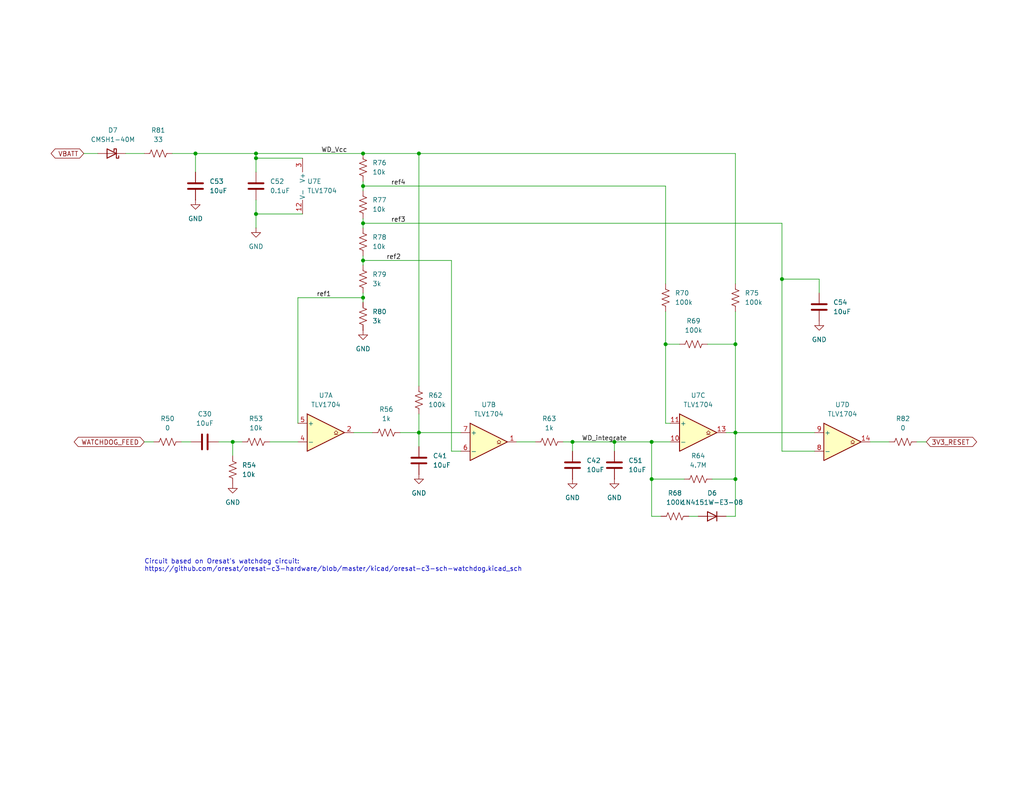
<source format=kicad_sch>
(kicad_sch (version 20231120) (generator "eeschema") (generator_version "8.0")
  (paper "USLetter")
  (title_block (title "PyCubed Mainboard") (date "2024-11-05") (rev "TBD") (company "Stanford Student Space Initiative") (comment 1 "Ethan Brinser"))
  (lib_symbols
    (symbol "Device:C" (pin_numbers hide) (pin_names (offset 0.254))
      (property "Reference" "C" (at 0.635 2.54 0))
      (property "Value" "C" (at 0.635 -2.54 0))
      (symbol "C_0_1"
        (polyline (pts (xy -2.032 -0.762) (xy 2.032 -0.762)) (stroke (width 0.508)))
        (polyline (pts (xy -2.032 0.762) (xy 2.032 0.762)) (stroke (width 0.508)))
      )
      (symbol "C_1_1"
        (pin passive line (at 0 3.81 270) (length 2.794) (name "~") (number "1"))
        (pin passive line (at 0 -3.81 90) (length 2.794) (name "~") (number "2"))
      )
    )
    (symbol "Device:D" (pin_numbers hide) (pin_names (offset 1.016) hide)
      (property "Reference" "D" (at 0 2.54 0))
      (property "Value" "D" (at 0 -2.54 0))
      (symbol "D_0_1"
        (polyline (pts (xy -1.27 1.27) (xy -1.27 -1.27)) (stroke (width 0.254)))
        (polyline (pts (xy 1.27 0) (xy -1.27 0)))
        (polyline (pts (xy 1.27 1.27) (xy 1.27 -1.27) (xy -1.27 0) (xy 1.27 1.27)) (stroke (width 0.254)))
      )
      (symbol "D_1_1"
        (pin passive line (at -3.81 0 0) (length 2.54) (name "K") (number "1"))
        (pin passive line (at 3.81 0 180) (length 2.54) (name "A") (number "2"))
      )
    )
    (symbol "Device:D_Schottky" (pin_numbers hide) (pin_names (offset 1.016) hide)
      (property "Reference" "D" (at 0 2.54 0))
      (property "Value" "D_Schottky" (at 0 -2.54 0))
      (symbol "D_Schottky_0_1"
        (polyline (pts (xy 1.27 0) (xy -1.27 0)))
        (polyline (pts (xy 1.27 1.27) (xy 1.27 -1.27) (xy -1.27 0) (xy 1.27 1.27)) (stroke (width 0.254)))
        (polyline (pts (xy -1.905 0.635) (xy -1.905 1.27) (xy -1.27 1.27) (xy -1.27 -1.27) (xy -0.635 -1.27) (xy -0.635 -0.635)) (stroke (width 0.254)))
      )
      (symbol "D_Schottky_1_1"
        (pin passive line (at -3.81 0 0) (length 2.54) (name "K") (number "1"))
        (pin passive line (at 3.81 0 180) (length 2.54) (name "A") (number "2"))
      )
    )
    (symbol "Device:R_US" (pin_numbers hide) (pin_names (offset 0))
      (property "Reference" "R" (at 2.54 0 90))
      (property "Value" "R_US" (at -2.54 0 90))
      (symbol "R_US_0_1"
        (polyline (pts (xy 0 -2.286) (xy 0 -2.54)))
        (polyline (pts (xy 0 2.286) (xy 0 2.54)))
        (polyline (pts (xy 0 -0.762) (xy 1.016 -1.143) (xy 0 -1.524) (xy -1.016 -1.905) (xy 0 -2.286)))
        (polyline (pts (xy 0 0.762) (xy 1.016 0.381) (xy 0 0) (xy -1.016 -0.381) (xy 0 -0.762)))
        (polyline (pts (xy 0 2.286) (xy 1.016 1.905) (xy 0 1.524) (xy -1.016 1.143) (xy 0 0.762)))
      )
      (symbol "R_US_1_1"
        (pin passive line (at 0 3.81 270) (length 1.27) (name "~") (number "1"))
        (pin passive line (at 0 -3.81 90) (length 1.27) (name "~") (number "2"))
      )
    )
    (symbol "power:GND" (power) (pin_numbers hide) (pin_names (offset 0) hide)
      (property "Value" "GND" (at 0 -3.81 0))
      (symbol "GND_0_1"
        (polyline (pts (xy 0 0) (xy 0 -1.27) (xy 1.27 -1.27) (xy 0 -2.54) (xy -1.27 -1.27) (xy 0 -1.27)))
      )
      (symbol "GND_1_1"
        (pin power_in line (at 0 0 270) (length 0) (name "~") (number "1"))
      )
    )
    (symbol "ssi_IC:TLV1704" (pin_names (offset 0.127))
      (property "Reference" "U" (at 0 5.08 0))
      (property "Value" "TLV1704" (at 0 -5.08 0))
      (symbol "TLV1704_1_1"
        (polyline (pts (xy -5.08 5.08) (xy 5.08 0) (xy -5.08 -5.08) (xy -5.08 5.08)) (stroke (width 0.254)) (fill (type background)))
        (polyline (pts (xy 3.302 -0.508) (xy 2.794 -0.508) (xy 3.302 0) (xy 2.794 0.508) (xy 2.286 0) (xy 2.794 -0.508) (xy 2.286 -0.508)) (stroke (width 0.127)))
        (pin open_collector line (at 7.62 0 180) (length 2.54) (name "~") (number "2"))
        (pin input line (at -7.62 -2.54 0) (length 2.54) (name "-") (number "4"))
        (pin input line (at -7.62 2.54 0) (length 2.54) (name "+") (number "5"))
      )
      (symbol "TLV1704_2_1"
        (polyline (pts (xy -5.08 5.08) (xy 5.08 0) (xy -5.08 -5.08) (xy -5.08 5.08)) (stroke (width 0.254)) (fill (type background)))
        (polyline (pts (xy 3.302 -0.508) (xy 2.794 -0.508) (xy 3.302 0) (xy 2.794 0.508) (xy 2.286 0) (xy 2.794 -0.508) (xy 2.286 -0.508)) (stroke (width 0.127)))
        (pin open_collector line (at 7.62 0 180) (length 2.54) (name "~") (number "1"))
        (pin input line (at -7.62 -2.54 0) (length 2.54) (name "-") (number "6"))
        (pin input line (at -7.62 2.54 0) (length 2.54) (name "+") (number "7"))
      )
      (symbol "TLV1704_3_1"
        (polyline (pts (xy -5.08 5.08) (xy 5.08 0) (xy -5.08 -5.08) (xy -5.08 5.08)) (stroke (width 0.254)) (fill (type background)))
        (polyline (pts (xy 3.302 -0.508) (xy 2.794 -0.508) (xy 3.302 0) (xy 2.794 0.508) (xy 2.286 0) (xy 2.794 -0.508) (xy 2.286 -0.508)) (stroke (width 0.127)))
        (pin input line (at -7.62 -2.54 0) (length 2.54) (name "-") (number "10"))
        (pin input line (at -7.62 2.54 0) (length 2.54) (name "+") (number "11"))
        (pin open_collector line (at 7.62 0 180) (length 2.54) (name "~") (number "13"))
      )
      (symbol "TLV1704_4_1"
        (polyline (pts (xy -5.08 5.08) (xy 5.08 0) (xy -5.08 -5.08) (xy -5.08 5.08)) (stroke (width 0.254)) (fill (type background)))
        (polyline (pts (xy 3.302 -0.508) (xy 2.794 -0.508) (xy 3.302 0) (xy 2.794 0.508) (xy 2.286 0) (xy 2.794 -0.508) (xy 2.286 -0.508)) (stroke (width 0.127)))
        (pin open_collector line (at 7.62 0 180) (length 2.54) (name "~") (number "14"))
        (pin input line (at -7.62 -2.54 0) (length 2.54) (name "-") (number "8"))
        (pin input line (at -7.62 2.54 0) (length 2.54) (name "+") (number "9"))
      )
      (symbol "TLV1704_5_1"
        (pin power_in line (at -2.54 -7.62 90) (length 3.81) (name "V-") (number "12"))
        (pin power_in line (at -2.54 7.62 270) (length 3.81) (name "V+") (number "3"))
      )
    )
  )
  (junction (at 200.66 130.81))
  (junction (at 114.3 118.11))
  (junction (at 181.61 93.98))
  (junction (at 63.5 120.65))
  (junction (at 99.06 50.8))
  (junction (at 200.66 118.11))
  (junction (at 156.21 120.65))
  (junction (at 69.85 43.18))
  (junction (at 69.85 58.42))
  (junction (at 69.85 41.91))
  (junction (at 114.3 41.91))
  (junction (at 167.64 120.65))
  (junction (at 213.36 76.2))
  (junction (at 53.34 41.91))
  (junction (at 177.8 120.65))
  (junction (at 99.06 41.91))
  (junction (at 177.8 130.81))
  (junction (at 99.06 71.12))
  (junction (at 99.06 60.96))
  (junction (at 99.06 81.28))
  (junction (at 200.66 93.98))
  (wire (pts (xy 63.5 120.65) (xy 66.04 120.65)))
  (wire (pts (xy 53.34 46.99) (xy 53.34 41.91)))
  (wire (pts (xy 59.69 120.65) (xy 63.5 120.65)))
  (wire (pts (xy 81.28 81.28) (xy 99.06 81.28)))
  (wire (pts (xy 181.61 93.98) (xy 185.42 93.98)))
  (wire (pts (xy 187.96 140.97) (xy 190.5 140.97)))
  (wire (pts (xy 200.66 93.98) (xy 200.66 118.11)))
  (wire (pts (xy 237.49 120.65) (xy 242.57 120.65)))
  (wire (pts (xy 223.52 80.01) (xy 223.52 76.2)))
  (wire (pts (xy 193.04 93.98) (xy 200.66 93.98)))
  (wire (pts (xy 194.31 130.81) (xy 200.66 130.81)))
  (wire (pts (xy 99.06 80.01) (xy 99.06 81.28)))
  (wire (pts (xy 82.55 58.42) (xy 69.85 58.42)))
  (wire (pts (xy 182.88 115.57) (xy 181.61 115.57)))
  (wire (pts (xy 177.8 130.81) (xy 177.8 120.65)))
  (wire (pts (xy 181.61 93.98) (xy 181.61 115.57)))
  (wire (pts (xy 213.36 60.96) (xy 213.36 76.2)))
  (wire (pts (xy 99.06 41.91) (xy 69.85 41.91)))
  (wire (pts (xy 34.29 41.91) (xy 39.37 41.91)))
  (wire (pts (xy 156.21 120.65) (xy 167.64 120.65)))
  (wire (pts (xy 125.73 123.19) (xy 123.19 123.19)))
  (wire (pts (xy 46.99 41.91) (xy 53.34 41.91)))
  (wire (pts (xy 99.06 59.69) (xy 99.06 60.96)))
  (wire (pts (xy 41.91 120.65) (xy 39.37 120.65)))
  (wire (pts (xy 177.8 120.65) (xy 182.88 120.65)))
  (wire (pts (xy 200.66 77.47) (xy 200.66 41.91)))
  (wire (pts (xy 22.86 41.91) (xy 26.67 41.91)))
  (wire (pts (xy 153.67 120.65) (xy 156.21 120.65)))
  (wire (pts (xy 180.34 140.97) (xy 177.8 140.97)))
  (wire (pts (xy 114.3 118.11) (xy 114.3 121.92)))
  (wire (pts (xy 114.3 41.91) (xy 114.3 105.41)))
  (wire (pts (xy 200.66 140.97) (xy 200.66 130.81)))
  (wire (pts (xy 114.3 118.11) (xy 125.73 118.11)))
  (wire (pts (xy 181.61 50.8) (xy 181.61 77.47)))
  (wire (pts (xy 177.8 130.81) (xy 186.69 130.81)))
  (wire (pts (xy 99.06 81.28) (xy 99.06 82.55)))
  (wire (pts (xy 99.06 41.91) (xy 114.3 41.91)))
  (wire (pts (xy 213.36 123.19) (xy 222.25 123.19)))
  (wire (pts (xy 69.85 43.18) (xy 82.55 43.18)))
  (wire (pts (xy 198.12 118.11) (xy 200.66 118.11)))
  (wire (pts (xy 213.36 76.2) (xy 223.52 76.2)))
  (wire (pts (xy 250.19 120.65) (xy 252.73 120.65)))
  (wire (pts (xy 73.66 120.65) (xy 81.28 120.65)))
  (wire (pts (xy 63.5 120.65) (xy 63.5 124.46)))
  (wire (pts (xy 53.34 41.91) (xy 69.85 41.91)))
  (wire (pts (xy 114.3 113.03) (xy 114.3 118.11)))
  (wire (pts (xy 96.52 118.11) (xy 101.6 118.11)))
  (wire (pts (xy 99.06 49.53) (xy 99.06 50.8)))
  (wire (pts (xy 99.06 50.8) (xy 99.06 52.07)))
  (wire (pts (xy 123.19 71.12) (xy 99.06 71.12)))
  (wire (pts (xy 49.53 120.65) (xy 52.07 120.65)))
  (wire (pts (xy 69.85 58.42) (xy 69.85 62.23)))
  (wire (pts (xy 200.66 130.81) (xy 200.66 118.11)))
  (wire (pts (xy 213.36 76.2) (xy 213.36 123.19)))
  (wire (pts (xy 109.22 118.11) (xy 114.3 118.11)))
  (wire (pts (xy 200.66 85.09) (xy 200.66 93.98)))
  (wire (pts (xy 177.8 140.97) (xy 177.8 130.81)))
  (wire (pts (xy 99.06 69.85) (xy 99.06 71.12)))
  (wire (pts (xy 69.85 46.99) (xy 69.85 43.18)))
  (wire (pts (xy 69.85 41.91) (xy 69.85 43.18)))
  (wire (pts (xy 200.66 118.11) (xy 222.25 118.11)))
  (wire (pts (xy 99.06 50.8) (xy 181.61 50.8)))
  (wire (pts (xy 181.61 85.09) (xy 181.61 93.98)))
  (wire (pts (xy 99.06 60.96) (xy 99.06 62.23)))
  (wire (pts (xy 99.06 60.96) (xy 213.36 60.96)))
  (wire (pts (xy 99.06 71.12) (xy 99.06 72.39)))
  (wire (pts (xy 156.21 123.19) (xy 156.21 120.65)))
  (wire (pts (xy 198.12 140.97) (xy 200.66 140.97)))
  (wire (pts (xy 123.19 123.19) (xy 123.19 71.12)))
  (wire (pts (xy 81.28 115.57) (xy 81.28 81.28)))
  (wire (pts (xy 167.64 120.65) (xy 177.8 120.65)))
  (wire (pts (xy 140.97 120.65) (xy 146.05 120.65)))
  (wire (pts (xy 69.85 58.42) (xy 69.85 54.61)))
  (wire (pts (xy 167.64 120.65) (xy 167.64 123.19)))
  (wire (pts (xy 114.3 41.91) (xy 200.66 41.91)))
  (text "Circuit based on Oresat's watchdog circuit:\nhttps://github.com/oresat/oresat-c3-hardware/blob/master/kicad/oresat-c3-sch-watchdog.kicad_sch" (at 39.37 154.432 0) (effects (font (size 1.27 1.27)) (justify left)))
  (label "ref2" (at 105.41 71.12 0))
  (label "WD_Vcc" (at 87.63 41.91 0))
  (label "WD_integrate" (at 158.75 120.65 0))
  (label "ref1" (at 86.36 81.28 0))
  (label "ref3" (at 106.68 60.96 0))
  (label "ref4" (at 106.68 50.8 0))
  (global_label "3V3_RESET" (shape bidirectional) (at 252.73 120.65 0) (property "Intersheetrefs" "${INTERSHEET_REFS}" (effects (hide yes))))
  (global_label "VBATT" (shape bidirectional) (at 22.86 41.91 180) (property "Intersheetrefs" "${INTERSHEET_REFS}" (effects (hide yes))))
  (global_label "WATCHDOG_FEED" (shape bidirectional) (at 39.37 120.65 180) (property "Intersheetrefs" "${INTERSHEET_REFS}" (effects (hide yes))))
  (symbol (lib_id "ssi_IC:TLV1704") (at 85.09 50.8 0) (unit 5)
    (property "Reference" "U7" (at 83.82 49.5299 0) (effects (justify left)))
    (property "Value" "TLV1704" (at 83.82 52.0699 0) (effects (justify left)))
    (property "Footprint" "Package_SO:TSSOP-14_4.4x5mm_P0.65mm" (effects (hide yes)))
    (property "Datasheet" "https://www.ti.com/lit/ds/symlink/tlv1704-sep.pdf" (effects (hide yes)))
    (property "Description" "Quad Differential Comparators, SOIC-14/TSSOP-14" (effects (hide yes)))
  )
  (symbol (lib_id "Device:R_US") (at 105.41 118.11 90) (unit 1)
    (property "Reference" "R56" (at 105.41 111.76 90))
    (property "Value" "1k" (at 105.41 114.3 90))
    (property "Footprint" "Resistor_SMD:R_0603_1608Metric" (effects (hide yes)))
    (property "Description" "Resistor, US symbol" (effects (hide yes)))
  )
  (symbol (lib_id "Device:R_US") (at 45.72 120.65 90) (unit 1)
    (property "Reference" "R50" (at 45.72 114.3 90))
    (property "Value" "0" (at 45.72 116.84 90))
    (property "Footprint" "Resistor_SMD:R_0603_1608Metric" (effects (hide yes)))
    (property "Description" "Resistor, US symbol" (effects (hide yes)))
  )
  (symbol (lib_id "Device:C") (at 167.64 127 180) (unit 1)
    (property "Reference" "C51" (at 171.45 125.7299 0) (effects (justify right)))
    (property "Value" "10uF" (at 171.45 128.2699 0) (effects (justify right)))
    (property "Footprint" "Capacitor_SMD:C_0603_1608Metric" (effects (hide yes)))
    (property "Description" "Unpolarized capacitor" (effects (hide yes)))
  )
  (symbol (lib_id "Device:R_US") (at 99.06 76.2 0) (unit 1)
    (property "Reference" "R79" (at 101.6 74.9299 0) (effects (justify left)))
    (property "Value" "3k" (at 101.6 77.4699 0) (effects (justify left)))
    (property "Footprint" "Resistor_SMD:R_0603_1608Metric" (effects (hide yes)))
    (property "Description" "Resistor, US symbol" (effects (hide yes)))
  )
  (symbol (lib_id "Device:C") (at 69.85 50.8 180) (unit 1)
    (property "Reference" "C52" (at 73.66 49.5299 0) (effects (justify right)))
    (property "Value" "0.1uF" (at 73.66 52.0699 0) (effects (justify right)))
    (property "Footprint" "Capacitor_SMD:C_0603_1608Metric" (effects (hide yes)))
    (property "Description" "Unpolarized capacitor" (effects (hide yes)))
  )
  (symbol (lib_id "Device:R_US") (at 184.15 140.97 90) (unit 1)
    (property "Reference" "R68" (at 184.15 134.62 90))
    (property "Value" "100k" (at 184.15 137.16 90))
    (property "Footprint" "Resistor_SMD:R_0603_1608Metric" (effects (hide yes)))
    (property "Description" "Resistor, US symbol" (effects (hide yes)))
  )
  (symbol (lib_id "power:GND") (at 69.85 62.23 0) (unit 1)
    (property "Reference" "#PWR076" (effects (hide yes)))
    (property "Value" "GND" (at 69.85 67.31 0))
    (property "Description" "Power symbol creates a global label with name \"GND\" , ground" (effects (hide yes)))
  )
  (symbol (lib_id "Device:R_US") (at 99.06 45.72 0) (unit 1)
    (property "Reference" "R76" (at 101.6 44.4499 0) (effects (justify left)))
    (property "Value" "10k" (at 101.6 46.9899 0) (effects (justify left)))
    (property "Footprint" "Resistor_SMD:R_0603_1608Metric" (effects (hide yes)))
    (property "Description" "Resistor, US symbol" (effects (hide yes)))
  )
  (symbol (lib_id "Device:R_US") (at 189.23 93.98 90) (unit 1)
    (property "Reference" "R69" (at 189.23 87.63 90))
    (property "Value" "100k" (at 189.23 90.17 90))
    (property "Footprint" "Resistor_SMD:R_0603_1608Metric" (effects (hide yes)))
    (property "Description" "Resistor, US symbol" (effects (hide yes)))
  )
  (symbol (lib_id "power:GND") (at 53.34 54.61 0) (unit 1)
    (property "Reference" "#PWR077" (effects (hide yes)))
    (property "Value" "GND" (at 53.34 59.69 0))
    (property "Description" "Power symbol creates a global label with name \"GND\" , ground" (effects (hide yes)))
  )
  (symbol (lib_id "Device:D") (at 194.31 140.97 180) (unit 1)
    (property "Reference" "D6" (at 194.31 134.62 0))
    (property "Value" "1N4151W-E3-08" (at 194.31 137.16 0))
    (property "Footprint" "Diode_SMD:D_SOD-123" (effects (hide yes)))
    (property "Datasheet" "https://mm.digikey.com/Volume0/opasdata/d220001/medias/docus/6130/1n4151w_a.pdf" (effects (hide yes)))
    (property "Description" "Diode" (effects (hide yes)))
    (property "Sim.Device" "D" (effects (hide yes)))
    (property "Sim.Pins" "1=K 2=A" (effects (hide yes)))
  )
  (symbol (lib_id "power:GND") (at 63.5 132.08 0) (unit 1)
    (property "Reference" "#PWR065" (effects (hide yes)))
    (property "Value" "GND" (at 63.5 137.16 0))
    (property "Description" "Power symbol creates a global label with name \"GND\" , ground" (effects (hide yes)))
  )
  (symbol (lib_id "Device:R_US") (at 43.18 41.91 90) (unit 1)
    (property "Reference" "R81" (at 43.18 35.56 90))
    (property "Value" "33" (at 43.18 38.1 90))
    (property "Footprint" "Resistor_SMD:R_0603_1608Metric" (effects (hide yes)))
    (property "Description" "Resistor, US symbol" (effects (hide yes)))
  )
  (symbol (lib_id "Device:C") (at 53.34 50.8 0) (unit 1)
    (property "Reference" "C53" (at 57.15 49.5299 0) (effects (justify left)))
    (property "Value" "10uF" (at 57.15 52.0699 0) (effects (justify left)))
    (property "Footprint" "Capacitor_SMD:C_0603_1608Metric" (effects (hide yes)))
    (property "Description" "Unpolarized capacitor" (effects (hide yes)))
  )
  (symbol (lib_id "Device:R_US") (at 63.5 128.27 180) (unit 1)
    (property "Reference" "R54" (at 66.04 126.9999 0) (effects (justify right)))
    (property "Value" "10k" (at 66.04 129.5399 0) (effects (justify right)))
    (property "Footprint" "Resistor_SMD:R_0603_1608Metric" (effects (hide yes)))
    (property "Description" "Resistor, US symbol" (effects (hide yes)))
  )
  (symbol (lib_id "ssi_IC:TLV1704") (at 190.5 118.11 0) (unit 3)
    (property "Reference" "U7" (at 190.5 107.95 0))
    (property "Value" "TLV1704" (at 190.5 110.49 0))
    (property "Footprint" "Package_SO:TSSOP-14_4.4x5mm_P0.65mm" (effects (hide yes)))
    (property "Datasheet" "https://www.ti.com/lit/ds/symlink/tlv1704-sep.pdf" (effects (hide yes)))
    (property "Description" "Quad Differential Comparators, SOIC-14/TSSOP-14" (effects (hide yes)))
  )
  (symbol (lib_id "Device:C") (at 156.21 127 180) (unit 1)
    (property "Reference" "C42" (at 160.02 125.7299 0) (effects (justify right)))
    (property "Value" "10uF" (at 160.02 128.2699 0) (effects (justify right)))
    (property "Footprint" "Capacitor_SMD:C_0603_1608Metric" (effects (hide yes)))
    (property "Description" "Unpolarized capacitor" (effects (hide yes)))
  )
  (symbol (lib_id "power:GND") (at 156.21 130.81 0) (unit 1)
    (property "Reference" "#PWR072" (effects (hide yes)))
    (property "Value" "GND" (at 156.21 135.89 0))
    (property "Description" "Power symbol creates a global label with name \"GND\" , ground" (effects (hide yes)))
  )
  (symbol (lib_id "Device:R_US") (at 99.06 66.04 0) (unit 1)
    (property "Reference" "R78" (at 101.6 64.7699 0) (effects (justify left)))
    (property "Value" "10k" (at 101.6 67.3099 0) (effects (justify left)))
    (property "Footprint" "Resistor_SMD:R_0603_1608Metric" (effects (hide yes)))
    (property "Description" "Resistor, US symbol" (effects (hide yes)))
  )
  (symbol (lib_id "Device:R_US") (at 181.61 81.28 180) (unit 1)
    (property "Reference" "R70" (at 184.15 80.0099 0) (effects (justify right)))
    (property "Value" "100k" (at 184.15 82.5499 0) (effects (justify right)))
    (property "Footprint" "Resistor_SMD:R_0603_1608Metric" (effects (hide yes)))
    (property "Description" "Resistor, US symbol" (effects (hide yes)))
  )
  (symbol (lib_id "power:GND") (at 167.64 130.81 0) (unit 1)
    (property "Reference" "#PWR074" (effects (hide yes)))
    (property "Value" "GND" (at 167.64 135.89 0))
    (property "Description" "Power symbol creates a global label with name \"GND\" , ground" (effects (hide yes)))
  )
  (symbol (lib_id "power:GND") (at 114.3 129.54 0) (unit 1)
    (property "Reference" "#PWR069" (effects (hide yes)))
    (property "Value" "GND" (at 114.3 134.62 0))
    (property "Description" "Power symbol creates a global label with name \"GND\" , ground" (effects (hide yes)))
  )
  (symbol (lib_id "Device:R_US") (at 99.06 86.36 0) (unit 1)
    (property "Reference" "R80" (at 101.6 85.0899 0) (effects (justify left)))
    (property "Value" "3k" (at 101.6 87.6299 0) (effects (justify left)))
    (property "Footprint" "Resistor_SMD:R_0603_1608Metric" (effects (hide yes)))
    (property "Description" "Resistor, US symbol" (effects (hide yes)))
  )
  (symbol (lib_id "Device:R_US") (at 99.06 55.88 0) (unit 1)
    (property "Reference" "R77" (at 101.6 54.6099 0) (effects (justify left)))
    (property "Value" "10k" (at 101.6 57.1499 0) (effects (justify left)))
    (property "Footprint" "Resistor_SMD:R_0603_1608Metric" (effects (hide yes)))
    (property "Description" "Resistor, US symbol" (effects (hide yes)))
  )
  (symbol (lib_id "ssi_IC:TLV1704") (at 88.9 118.11 0) (unit 1)
    (property "Reference" "U7" (at 88.9 107.95 0))
    (property "Value" "TLV1704" (at 88.9 110.49 0))
    (property "Footprint" "Package_SO:TSSOP-14_4.4x5mm_P0.65mm" (effects (hide yes)))
    (property "Datasheet" "https://www.ti.com/lit/ds/symlink/tlv1704-sep.pdf" (effects (hide yes)))
    (property "Description" "Quad Differential Comparators, SOIC-14/TSSOP-14" (effects (hide yes)))
  )
  (symbol (lib_id "Device:R_US") (at 246.38 120.65 90) (unit 1)
    (property "Reference" "R82" (at 246.38 114.3 90))
    (property "Value" "0" (at 246.38 116.84 90))
    (property "Footprint" "Resistor_SMD:R_0603_1608Metric" (effects (hide yes)))
    (property "Description" "Resistor, US symbol" (effects (hide yes)))
  )
  (symbol (lib_id "ssi_IC:TLV1704") (at 229.87 120.65 0) (unit 4)
    (property "Reference" "U7" (at 229.87 110.49 0))
    (property "Value" "TLV1704" (at 229.87 113.03 0))
    (property "Footprint" "Package_SO:TSSOP-14_4.4x5mm_P0.65mm" (effects (hide yes)))
    (property "Datasheet" "https://www.ti.com/lit/ds/symlink/tlv1704-sep.pdf" (effects (hide yes)))
    (property "Description" "Quad Differential Comparators, SOIC-14/TSSOP-14" (effects (hide yes)))
  )
  (symbol (lib_id "ssi_IC:TLV1704") (at 133.35 120.65 0) (unit 2)
    (property "Reference" "U7" (at 133.35 110.49 0))
    (property "Value" "TLV1704" (at 133.35 113.03 0))
    (property "Footprint" "Package_SO:TSSOP-14_4.4x5mm_P0.65mm" (effects (hide yes)))
    (property "Datasheet" "https://www.ti.com/lit/ds/symlink/tlv1704-sep.pdf" (effects (hide yes)))
    (property "Description" "Quad Differential Comparators, SOIC-14/TSSOP-14" (effects (hide yes)))
  )
  (symbol (lib_id "Device:C") (at 114.3 125.73 180) (unit 1)
    (property "Reference" "C41" (at 118.11 124.4599 0) (effects (justify right)))
    (property "Value" "10uF" (at 118.11 126.9999 0) (effects (justify right)))
    (property "Footprint" "Capacitor_SMD:C_0603_1608Metric" (effects (hide yes)))
    (property "Description" "Unpolarized capacitor" (effects (hide yes)))
  )
  (symbol (lib_id "Device:R_US") (at 69.85 120.65 90) (unit 1)
    (property "Reference" "R53" (at 69.85 114.3 90))
    (property "Value" "10k" (at 69.85 116.84 90))
    (property "Footprint" "Resistor_SMD:R_0603_1608Metric" (effects (hide yes)))
    (property "Description" "Resistor, US symbol" (effects (hide yes)))
  )
  (symbol (lib_id "power:GND") (at 99.06 90.17 0) (unit 1)
    (property "Reference" "#PWR075" (effects (hide yes)))
    (property "Value" "GND" (at 99.06 95.25 0))
    (property "Description" "Power symbol creates a global label with name \"GND\" , ground" (effects (hide yes)))
  )
  (symbol (lib_id "Device:R_US") (at 190.5 130.81 90) (unit 1)
    (property "Reference" "R64" (at 190.5 124.46 90))
    (property "Value" "4.7M" (at 190.5 127 90))
    (property "Footprint" "Resistor_SMD:R_0603_1608Metric" (effects (hide yes)))
    (property "Description" "Resistor, US symbol" (effects (hide yes)))
  )
  (symbol (lib_id "Device:D_Schottky") (at 30.48 41.91 180) (unit 1)
    (property "Reference" "D7" (at 30.7975 35.56 0))
    (property "Value" "CMSH1-40M" (at 30.7975 38.1 0))
    (property "Footprint" "ssi_diode:DIOM5226X262N" (effects (hide yes)))
    (property "Datasheet" "https://www.digikey.com/en/products/detail/central-semiconductor-corp/CMSH1-40M-TR13-PBFREE/4807415" (effects (hide yes)))
    (property "Description" "Schottky diode" (effects (hide yes)))
  )
  (symbol (lib_id "Device:R_US") (at 149.86 120.65 90) (unit 1)
    (property "Reference" "R63" (at 149.86 114.3 90))
    (property "Value" "1k" (at 149.86 116.84 90))
    (property "Footprint" "Resistor_SMD:R_0603_1608Metric" (effects (hide yes)))
    (property "Description" "Resistor, US symbol" (effects (hide yes)))
  )
  (symbol (lib_id "Device:R_US") (at 200.66 81.28 180) (unit 1)
    (property "Reference" "R75" (at 203.2 80.0099 0) (effects (justify right)))
    (property "Value" "100k" (at 203.2 82.5499 0) (effects (justify right)))
    (property "Footprint" "Resistor_SMD:R_0603_1608Metric" (effects (hide yes)))
    (property "Description" "Resistor, US symbol" (effects (hide yes)))
  )
  (symbol (lib_id "Device:C") (at 55.88 120.65 90) (unit 1)
    (property "Reference" "C30" (at 55.88 113.03 90))
    (property "Value" "10uF" (at 55.88 115.57 90))
    (property "Footprint" "Capacitor_SMD:C_0603_1608Metric" (effects (hide yes)))
    (property "Description" "Unpolarized capacitor" (effects (hide yes)))
  )
  (symbol (lib_id "power:GND") (at 223.52 87.63 0) (unit 1)
    (property "Reference" "#PWR078" (effects (hide yes)))
    (property "Value" "GND" (at 223.52 92.71 0))
    (property "Description" "Power symbol creates a global label with name \"GND\" , ground" (effects (hide yes)))
  )
  (symbol (lib_id "Device:R_US") (at 114.3 109.22 180) (unit 1)
    (property "Reference" "R62" (at 116.84 107.9499 0) (effects (justify right)))
    (property "Value" "100k" (at 116.84 110.4899 0) (effects (justify right)))
    (property "Footprint" "Resistor_SMD:R_0603_1608Metric" (effects (hide yes)))
    (property "Description" "Resistor, US symbol" (effects (hide yes)))
  )
  (symbol (lib_id "Device:C") (at 223.52 83.82 180) (unit 1)
    (property "Reference" "C54" (at 227.33 82.5499 0) (effects (justify right)))
    (property "Value" "10uF" (at 227.33 85.0899 0) (effects (justify right)))
    (property "Footprint" "Capacitor_SMD:C_0603_1608Metric" (effects (hide yes)))
    (property "Description" "Unpolarized capacitor" (effects (hide yes)))
  )
)
</source>
